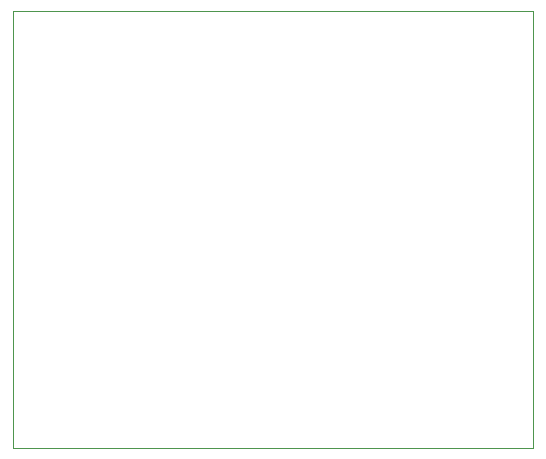
<source format=gbr>
%TF.GenerationSoftware,KiCad,Pcbnew,8.0.1*%
%TF.CreationDate,2024-11-30T20:12:54+00:00*%
%TF.ProjectId,Heating Element,48656174-696e-4672-9045-6c656d656e74,1*%
%TF.SameCoordinates,Original*%
%TF.FileFunction,Profile,NP*%
%FSLAX46Y46*%
G04 Gerber Fmt 4.6, Leading zero omitted, Abs format (unit mm)*
G04 Created by KiCad (PCBNEW 8.0.1) date 2024-11-30 20:12:54*
%MOMM*%
%LPD*%
G01*
G04 APERTURE LIST*
%TA.AperFunction,Profile*%
%ADD10C,0.050000*%
%TD*%
G04 APERTURE END LIST*
D10*
X95675000Y-77375000D02*
X139675000Y-77375000D01*
X139675000Y-114375000D01*
X95675000Y-114375000D01*
X95675000Y-77375000D01*
M02*

</source>
